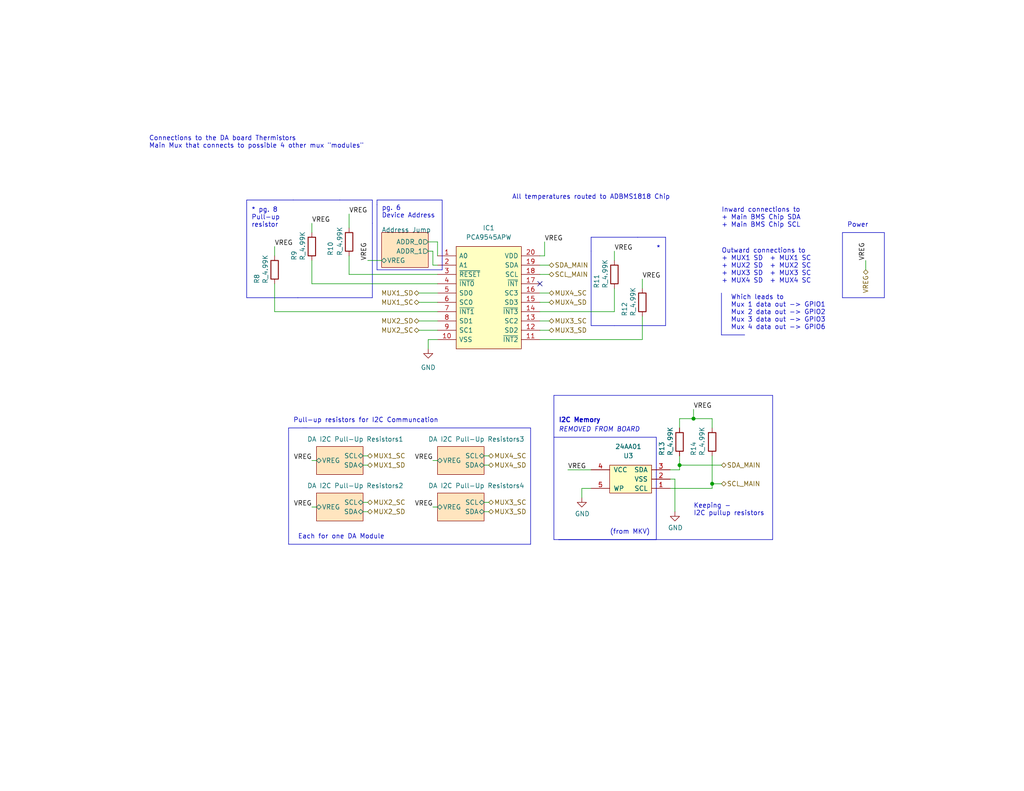
<source format=kicad_sch>
(kicad_sch (version 20230121) (generator eeschema)
  (paper "A")
  (title_block (title "MkVI BMS Cell Supervisory Circuit") (date "2022-12-04") (rev "0") (company "Olin Electric Motorsports"))
  (lib_symbols
    (symbol "OEM:4K99R" (pin_numbers hide) (pin_names (offset 0))
      (property "Reference" "R" (at 2.032 0 90))
      (property "Value" "4K99R" (at 0 0 90))
      (symbol "4K99R_0_1"
        (rectangle (start -1.016 -2.54) (end 1.016 2.54) (stroke (width 0.254)))
      )
      (symbol "4K99R_1_1"
        (pin passive line (at 0 3.81 270) (length 1.27) (name "~") (number "1"))
        (pin passive line (at 0 -3.81 90) (length 1.27) (name "~") (number "2"))
      )
    )
    (symbol "OEM:PCA9545APW" (pin_names (offset 0.762))
      (property "Reference" "IC" (at 29.21 7.62 0))
      (property "Value" "PCA9545APW" (at 29.21 5.08 0))
      (symbol "PCA9545APW_0_0"
        (pin passive line (at 0 0 0) (length 5.08) (name "A0") (number "1"))
        (pin passive line (at 0 -22.86 0) (length 5.08) (name "VSS") (number "10"))
        (pin passive line (at 27.94 -22.86 180) (length 5.08) (name "~{INT2}") (number "11"))
        (pin passive line (at 27.94 -20.32 180) (length 5.08) (name "SD2") (number "12"))
        (pin passive line (at 27.94 -17.78 180) (length 5.08) (name "SC2") (number "13"))
        (pin passive line (at 27.94 -15.24 180) (length 5.08) (name "~{INT3}") (number "14"))
        (pin passive line (at 27.94 -12.7 180) (length 5.08) (name "SD3") (number "15"))
        (pin passive line (at 27.94 -10.16 180) (length 5.08) (name "SC3") (number "16"))
        (pin passive line (at 27.94 -7.62 180) (length 5.08) (name "~{INT}") (number "17"))
        (pin passive line (at 27.94 -5.08 180) (length 5.08) (name "SCL") (number "18"))
        (pin passive line (at 27.94 -2.54 180) (length 5.08) (name "SDA") (number "19"))
        (pin passive line (at 0 -2.54 0) (length 5.08) (name "A1") (number "2"))
        (pin passive line (at 27.94 0 180) (length 5.08) (name "VDD") (number "20"))
        (pin passive line (at 0 -5.08 0) (length 5.08) (name "~{RESET}") (number "3"))
        (pin passive line (at 0 -7.62 0) (length 5.08) (name "~{INT0}") (number "4"))
        (pin passive line (at 0 -10.16 0) (length 5.08) (name "SD0") (number "5"))
        (pin passive line (at 0 -12.7 0) (length 5.08) (name "SC0") (number "6"))
        (pin passive line (at 0 -15.24 0) (length 5.08) (name "~{INT1}") (number "7"))
        (pin passive line (at 0 -17.78 0) (length 5.08) (name "SD1") (number "8"))
        (pin passive line (at 0 -20.32 0) (length 5.08) (name "SC1") (number "9"))
      )
      (symbol "PCA9545APW_0_1"
        (polyline (pts (xy 5.08 2.54) (xy 22.86 2.54) (xy 22.86 -25.4) (xy 5.08 -25.4) (xy 5.08 2.54)) (stroke (width 0.1524)) (fill (type background)))
      )
    )
    (symbol "formula:24AA01" (pin_names (offset 1.016))
      (property "Reference" "U" (at 0 5.08 0))
      (property "Value" "24AA01" (at 0 -5.08 0))
      (property "MPN" "CAT24AA01TDI-GT3OSCT-ND" (at 2.54 7.62 0))
      (property "MFN" "DK" (at 5.08 10.16 0))
      (property "PurchasingLink" "https://www.digikey.com/product-detail/en/on-semiconductor/CAT24AA01TDI-GT3/CAT24AA01TDI-GT3OSCT-ND/3487510" (at 7.62 12.7 0))
      (symbol "24AA01_0_1"
        (rectangle (start -6.35 3.81) (end 5.08 -3.81) (fill (type background)))
      )
      (symbol "24AA01_1_1"
        (pin input line (at -11.43 2.54 0) (length 5.08) (name "SCL") (number "1"))
        (pin input line (at -11.43 0 0) (length 5.08) (name "VSS") (number "2"))
        (pin input line (at -11.43 -2.54 0) (length 5.08) (name "SDA") (number "3"))
        (pin input line (at 10.16 -2.54 180) (length 5.08) (name "VCC") (number "4"))
        (pin input line (at 10.16 2.54 180) (length 5.08) (name "WP") (number "5"))
      )
    )
    (symbol "power:GND" (power) (pin_names (offset 0))
      (property "Value" "GND" (at 0 -3.81 0))
      (symbol "GND_0_1"
        (polyline (pts (xy 0 0) (xy 0 -1.27) (xy 1.27 -1.27) (xy 0 -2.54) (xy -1.27 -1.27) (xy 0 -1.27)))
      )
      (symbol "GND_1_1"
        (pin power_in line (at 0 0 270) (length 0) hide (name "GND") (number "1"))
      )
    )
  )
  (junction (at 189.23 114.3))
  (junction (at 185.42 127))
  (junction (at 194.31 132.08))
  (no_connect (at 147.32 77.47))
  (wire (pts (xy 194.31 132.08) (xy 194.31 124.46)))
  (wire (pts (xy 74.93 77.47) (xy 74.93 85.09)))
  (polyline (pts (xy 82.55 116.84) (xy 144.78 116.84)))
  (polyline (pts (xy 196.85 80.01) (xy 196.85 91.44)))
  (wire (pts (xy 175.26 76.2) (xy 175.26 78.74)))
  (wire (pts (xy 118.11 125.73) (xy 119.38 125.73)))
  (wire (pts (xy 118.11 72.39) (xy 119.38 72.39)))
  (polyline (pts (xy 144.78 116.84) (xy 144.78 148.59)))
  (polyline (pts (xy 101.6 60.96) (xy 101.6 60.96)))
  (polyline (pts (xy 167.64 88.9) (xy 167.64 88.9)))
  (wire (pts (xy 147.32 80.01) (xy 149.86 80.01)))
  (wire (pts (xy 119.38 92.71) (xy 116.84 92.71)))
  (wire (pts (xy 119.38 69.85) (xy 119.38 66.04)))
  (wire (pts (xy 147.32 85.09) (xy 167.64 85.09)))
  (wire (pts (xy 100.33 71.12) (xy 104.14 71.12)))
  (polyline (pts (xy 101.6 54.61) (xy 92.71 54.61)))
  (polyline (pts (xy 161.29 64.77) (xy 161.29 68.58)))
  (wire (pts (xy 158.75 133.35) (xy 158.75 135.89)))
  (polyline (pts (xy 196.85 91.44) (xy 203.2 91.44)))
  (polyline (pts (xy 173.99 64.77) (xy 161.29 64.77)))
  (polyline (pts (xy 80.01 54.61) (xy 67.31 54.61)))
  (wire (pts (xy 85.09 138.43) (xy 86.36 138.43)))
  (wire (pts (xy 196.85 127) (xy 185.42 127)))
  (polyline (pts (xy 102.87 73.66) (xy 120.65 73.66)))
  (polyline (pts (xy 151.13 107.95) (xy 151.13 147.32)))
  (wire (pts (xy 95.25 69.85) (xy 95.25 74.93)))
  (polyline (pts (xy 179.07 119.38) (xy 179.07 147.32)))
  (wire (pts (xy 167.64 78.74) (xy 167.64 85.09)))
  (wire (pts (xy 147.32 92.71) (xy 175.26 92.71)))
  (polyline (pts (xy 210.82 147.32) (xy 210.82 107.95)))
  (polyline (pts (xy 151.13 147.32) (xy 210.82 147.32)))
  (wire (pts (xy 185.42 114.3) (xy 189.23 114.3)))
  (wire (pts (xy 147.32 72.39) (xy 149.86 72.39)))
  (wire (pts (xy 132.08 124.46) (xy 133.35 124.46)))
  (polyline (pts (xy 210.82 107.95) (xy 151.13 107.95)))
  (wire (pts (xy 167.64 68.58) (xy 167.64 71.12)))
  (polyline (pts (xy 120.65 54.61) (xy 102.87 54.61)))
  (polyline (pts (xy 179.07 147.32) (xy 152.4 147.32)))
  (wire (pts (xy 182.88 128.27) (xy 185.42 128.27)))
  (wire (pts (xy 95.25 74.93) (xy 119.38 74.93)))
  (wire (pts (xy 194.31 133.35) (xy 194.31 132.08)))
  (wire (pts (xy 114.3 80.01) (xy 119.38 80.01)))
  (wire (pts (xy 99.06 124.46) (xy 100.33 124.46)))
  (polyline (pts (xy 92.71 54.61) (xy 80.01 54.61)))
  (polyline (pts (xy 144.78 148.59) (xy 78.74 148.59)))
  (wire (pts (xy 185.42 114.3) (xy 185.42 116.84)))
  (wire (pts (xy 114.3 90.17) (xy 119.38 90.17)))
  (wire (pts (xy 114.3 82.55) (xy 119.38 82.55)))
  (polyline (pts (xy 181.61 88.9) (xy 181.61 64.77)))
  (wire (pts (xy 161.29 133.35) (xy 158.75 133.35)))
  (polyline (pts (xy 161.29 68.58) (xy 161.29 88.9)))
  (polyline (pts (xy 241.3 63.5) (xy 241.3 81.28)))
  (polyline (pts (xy 120.65 73.66) (xy 120.65 54.61)))
  (wire (pts (xy 85.09 60.96) (xy 85.09 63.5)))
  (wire (pts (xy 74.93 67.31) (xy 74.93 69.85)))
  (wire (pts (xy 116.84 92.71) (xy 116.84 95.25)))
  (wire (pts (xy 194.31 114.3) (xy 194.31 116.84)))
  (wire (pts (xy 175.26 86.36) (xy 175.26 92.71)))
  (polyline (pts (xy 102.87 55.88) (xy 102.87 73.66)))
  (wire (pts (xy 132.08 127) (xy 133.35 127)))
  (wire (pts (xy 185.42 128.27) (xy 185.42 127)))
  (polyline (pts (xy 102.87 54.61) (xy 102.87 55.88)))
  (polyline (pts (xy 101.6 81.28) (xy 101.6 60.96)))
  (wire (pts (xy 119.38 85.09) (xy 74.93 85.09)))
  (polyline (pts (xy 241.3 81.28) (xy 229.87 81.28)))
  (wire (pts (xy 196.85 132.08) (xy 194.31 132.08)))
  (polyline (pts (xy 151.13 119.38) (xy 179.07 119.38)))
  (polyline (pts (xy 67.31 54.61) (xy 67.31 81.28)))
  (wire (pts (xy 147.32 90.17) (xy 149.86 90.17)))
  (wire (pts (xy 154.94 128.27) (xy 161.29 128.27)))
  (polyline (pts (xy 92.71 54.61) (xy 92.71 54.61)))
  (wire (pts (xy 119.38 77.47) (xy 85.09 77.47)))
  (polyline (pts (xy 161.29 88.9) (xy 167.64 88.9)))
  (wire (pts (xy 99.06 139.7) (xy 100.33 139.7)))
  (wire (pts (xy 184.15 130.81) (xy 184.15 139.7)))
  (polyline (pts (xy 78.74 148.59) (xy 78.74 116.84)))
  (wire (pts (xy 119.38 66.04) (xy 116.84 66.04)))
  (wire (pts (xy 85.09 77.47) (xy 85.09 71.12)))
  (polyline (pts (xy 81.28 81.28) (xy 101.6 81.28)))
  (wire (pts (xy 118.11 68.58) (xy 116.84 68.58)))
  (wire (pts (xy 99.06 127) (xy 100.33 127)))
  (wire (pts (xy 182.88 133.35) (xy 194.31 133.35)))
  (polyline (pts (xy 78.74 116.84) (xy 83.82 116.84)))
  (wire (pts (xy 99.06 137.16) (xy 100.33 137.16)))
  (polyline (pts (xy 229.87 63.5) (xy 241.3 63.5)))
  (polyline (pts (xy 81.28 81.28) (xy 81.28 81.28)))
  (wire (pts (xy 118.11 138.43) (xy 119.38 138.43)))
  (wire (pts (xy 118.11 72.39) (xy 118.11 68.58)))
  (wire (pts (xy 85.09 125.73) (xy 86.36 125.73)))
  (wire (pts (xy 147.32 87.63) (xy 149.86 87.63)))
  (polyline (pts (xy 173.99 64.77) (xy 173.99 64.77)))
  (wire (pts (xy 132.08 139.7) (xy 133.35 139.7)))
  (wire (pts (xy 185.42 127) (xy 185.42 124.46)))
  (wire (pts (xy 189.23 114.3) (xy 194.31 114.3)))
  (wire (pts (xy 147.32 74.93) (xy 149.86 74.93)))
  (polyline (pts (xy 167.64 88.9) (xy 181.61 88.9)))
  (wire (pts (xy 132.08 137.16) (xy 133.35 137.16)))
  (polyline (pts (xy 181.61 64.77) (xy 173.99 64.77)))
  (wire (pts (xy 189.23 111.76) (xy 189.23 114.3)))
  (polyline (pts (xy 101.6 54.61) (xy 101.6 60.96)))
  (wire (pts (xy 147.32 69.85) (xy 148.59 69.85)))
  (polyline (pts (xy 67.31 81.28) (xy 81.28 81.28)))
  (polyline (pts (xy 229.87 63.5) (xy 229.87 81.28)))
  (wire (pts (xy 182.88 130.81) (xy 184.15 130.81)))
  (polyline (pts (xy 80.01 54.61) (xy 80.01 54.61)))
  (wire (pts (xy 147.32 82.55) (xy 149.86 82.55)))
  (wire (pts (xy 236.22 73.66) (xy 236.22 71.12)))
  (wire (pts (xy 95.25 58.42) (xy 95.25 62.23)))
  (wire (pts (xy 114.3 87.63) (xy 119.38 87.63)))
  (wire (pts (xy 148.59 66.04) (xy 148.59 69.85)))
  (text "Power" (at 231.14 62.23 0) (effects (font (size 1.27 1.27)) (justify left bottom)))
  (text "REMOVED FROM BOARD" (at 152.4 118.11 0) (effects (font (size 1.27 1.27) italic) (justify left bottom)))
  (text "Keeping -\nI2C pullup resistors" (at 189.23 140.97 0) (effects (font (size 1.27 1.27)) (justify left bottom)))
  (text "Which leads to\nMux 1 data out -> GPIO1\nMux 2 data out -> GPIO2\nMux 3 data out -> GPIO3\nMux 4 data out -> GPIO6" (at 199.39 90.17 0) (effects (font (size 1.27 1.27)) (justify left bottom)))
  (text "* pg. 8\nPull-up\nresistor" (at 68.58 62.23 0) (effects (font (size 1.27 1.27)) (justify left bottom)))
  (text "I2C Memory" (at 152.4 115.57 0) (effects (font (size 1.27 1.27) (thickness 0.254) bold) (justify left bottom)))
  (text "(from MKV)" (at 166.37 146.05 0) (effects (font (size 1.27 1.27)) (justify left bottom)))
  (text "Connections to the DA board Thermistors\nMain Mux that connects to possible 4 other mux \"modules\"" (at 40.64 40.64 0) (effects (font (size 1.27 1.27)) (justify left bottom)))
  (text "pg. 6\nDevice Address" (at 104.14 59.69 0) (effects (font (size 1.27 1.27)) (justify left bottom)))
  (text "Each for one DA Module" (at 81.28 147.32 0) (effects (font (size 1.27 1.27)) (justify left bottom)))
  (text "Outward connections to\n+ MUX1 SD  + MUX1 SC\n+ MUX2 SD  + MUX2 SC\n+ MUX3 SD  + MUX3 SC\n+ MUX4 SD  + MUX4 SC" (at 196.85 77.47 0) (effects (font (size 1.27 1.27)) (justify left bottom)))
  (text "Inward connections to\n+ Main BMS Chip SDA\n+ Main BMS Chip SCL" (at 196.85 62.23 0) (effects (font (size 1.27 1.27)) (justify left bottom)))
  (text "Pull-up resistors for I2C Communcation" (at 80.01 115.57 0) (effects (font (size 1.27 1.27)) (justify left bottom)))
  (text "*" (at 179.07 68.58 0) (effects (font (size 1.27 1.27)) (justify left bottom)))
  (text "All temperatures routed to ADBMS1818 Chip" (at 139.7 54.61 0) (effects (font (size 1.27 1.27)) (justify left bottom)))
  (label "VREG" (at 175.26 76.2 0))
  (label "VREG" (at 118.11 125.73 180))
  (label "VREG" (at 148.59 66.04 0))
  (label "VREG" (at 85.09 60.96 0))
  (label "VREG" (at 95.25 58.42 0))
  (label "VREG" (at 118.11 138.43 180))
  (label "VREG" (at 85.09 125.73 180))
  (label "VREG" (at 236.22 71.12 90))
  (label "VREG" (at 74.93 67.31 0))
  (label "VREG" (at 189.23 111.76 0))
  (label "VREG" (at 85.09 138.43 180))
  (label "VREG" (at 154.94 128.27 0))
  (label "VREG" (at 167.64 68.58 0))
  (label "VREG" (at 100.33 71.12 90))
  (hierarchical_label "MUX4_SD" (shape bidirectional) (at 149.86 82.55 0))
  (hierarchical_label "MUX1_SC" (shape bidirectional) (at 100.33 124.46 0))
  (hierarchical_label "VREG" (shape bidirectional) (at 236.22 73.66 270))
  (hierarchical_label "MUX2_SD" (shape bidirectional) (at 114.3 87.63 180))
  (hierarchical_label "SCL_MAIN" (shape bidirectional) (at 149.86 74.93 0))
  (hierarchical_label "MUX4_SC" (shape bidirectional) (at 133.35 124.46 0))
  (hierarchical_label "MUX4_SC" (shape bidirectional) (at 149.86 80.01 0))
  (hierarchical_label "SDA_MAIN" (shape bidirectional) (at 149.86 72.39 0))
  (hierarchical_label "SCL_MAIN" (shape bidirectional) (at 196.85 132.08 0))
  (hierarchical_label "MUX3_SC" (shape bidirectional) (at 133.35 137.16 0))
  (hierarchical_label "MUX3_SD" (shape bidirectional) (at 133.35 139.7 0))
  (hierarchical_label "MUX2_SC" (shape bidirectional) (at 114.3 90.17 180))
  (hierarchical_label "MUX1_SD" (shape bidirectional) (at 100.33 127 0))
  (hierarchical_label "MUX1_SC" (shape bidirectional) (at 114.3 82.55 180))
  (hierarchical_label "MUX2_SC" (shape bidirectional) (at 100.33 137.16 0))
  (hierarchical_label "MUX3_SD" (shape bidirectional) (at 149.86 90.17 0))
  (hierarchical_label "SDA_MAIN" (shape bidirectional) (at 196.85 127 0))
  (hierarchical_label "MUX1_SD" (shape bidirectional) (at 114.3 80.01 180))
  (hierarchical_label "MUX2_SD" (shape bidirectional) (at 100.33 139.7 0))
  (hierarchical_label "MUX3_SC" (shape bidirectional) (at 149.86 87.63 0))
  (hierarchical_label "MUX4_SD" (shape bidirectional) (at 133.35 127 0))
  (symbol (lib_id "OEM:4K99R") (at 185.42 120.65 0) (unit 1)
    (property "Reference" "R13" (at 180.5686 124.46 90) (effects (justify left)))
    (property "Value" "R_4.99K" (at 182.88 124.46 90) (effects (justify left)))
    (property "Footprint" "OEM:R_0603" (effects hide))
    (property "Datasheet" "https://www.seielect.com/Catalog/SEI-RMCF_RMCP.pdf" (effects hide))
    (property "MPN" "RMCF0603FT4K99" (effects hide))
    (property "MFN" "Stackpole Electronics" (effects hide))
    (property "DKPN" "RMCF0603FT4K99DKR-ND" (effects hide))
    (property "NewDesigns" "YES" (effects hide))
    (property "Stocked" "Digi-Reel" (effects hide))
    (property "Package" "0603" (effects hide))
    (property "Style" "SMD" (effects hide))
  )
  (symbol (lib_id "OEM:4K99R") (at 95.25 66.04 0) (unit 1)
    (property "Reference" "R10" (at 90.17 69.85 90) (effects (justify left)))
    (property "Value" "R_4.99K" (at 92.71 69.85 90) (effects (justify left)))
    (property "Footprint" "OEM:R_0603" (effects hide))
    (property "Datasheet" "https://www.seielect.com/Catalog/SEI-RMCF_RMCP.pdf" (effects hide))
    (property "MPN" "RMCF0603FT4K99" (effects hide))
    (property "MFN" "Stackpole Electronics" (effects hide))
    (property "DKPN" "RMCF0603FT4K99DKR-ND" (effects hide))
    (property "NewDesigns" "YES" (effects hide))
    (property "Stocked" "Digi-Reel" (effects hide))
    (property "Package" "0603" (effects hide))
    (property "Style" "SMD" (effects hide))
  )
  (symbol (lib_id "power:GND") (at 158.75 135.89 0) (unit 1)
    (property "Reference" "#PWR?" (effects hide))
    (property "Value" "GND" (at 158.877 140.2842 0))
  )
  (symbol (lib_id "formula:24AA01") (at 171.45 130.81 180) (unit 1) (in_bom no) (on_board no)
    (property "Reference" "U3" (at 171.45 124.46 0))
    (property "Value" "24AA01" (at 171.45 121.92 0))
    (property "Footprint" "footprints:SOT-23-5_OEM_24AA01" (effects hide))
    (property "Datasheet" "http://ww1.microchip.com/downloads/en/DeviceDoc/21711J.pdf" (effects hide))
    (property "MPN" "CAT24AA01TDI-GT3OSCT-ND" (effects hide))
    (property "MFN" "DK" (effects hide))
    (property "PurchasingLink" "https://www.digikey.com/product-detail/en/on-semiconductor/CAT24AA01TDI-GT3/CAT24AA01TDI-GT3OSCT-ND/3487510" (effects hide))
  )
  (symbol (lib_id "OEM:PCA9545APW") (at 119.38 69.85 0) (unit 1)
    (property "Reference" "IC1" (at 133.35 62.23 0))
    (property "Value" "PCA9545APW" (at 133.35 64.77 0))
    (property "Footprint" "footprints:SOP65P640X110-20N" (effects hide))
    (property "Datasheet" "http://www.nxp.com/docs/en/data-sheet/PCA9545A_45B_45C.pdf" (effects hide))
    (property "MPN" "PCA9545APW" (effects hide))
    (property "MFN" "NXP" (effects hide))
    (property "DKPN" "568-1865-1-ND" (effects hide))
    (property "NewDesigns" "YES" (effects hide))
    (property "Stocked" "Tape" (effects hide))
    (property "Package" "20-TSSOP" (effects hide))
    (property "Style" "SMD" (effects hide))
  )
  (symbol (lib_id "OEM:4K99R") (at 167.64 74.93 0) (unit 1)
    (property "Reference" "R11" (at 162.7886 78.74 90) (effects (justify left)))
    (property "Value" "R_4.99K" (at 165.1 78.74 90) (effects (justify left)))
    (property "Footprint" "OEM:R_0603" (effects hide))
    (property "Datasheet" "https://www.seielect.com/Catalog/SEI-RMCF_RMCP.pdf" (effects hide))
    (property "MPN" "RMCF0603FT4K99" (effects hide))
    (property "MFN" "Stackpole Electronics" (effects hide))
    (property "DKPN" "RMCF0603FT4K99DKR-ND" (effects hide))
    (property "NewDesigns" "YES" (effects hide))
    (property "Stocked" "Digi-Reel" (effects hide))
    (property "Package" "0603" (effects hide))
    (property "Style" "SMD" (effects hide))
  )
  (symbol (lib_id "power:GND") (at 116.84 95.25 0) (unit 1)
    (property "Reference" "#PWR?" (effects hide))
    (property "Value" "GND" (at 116.84 100.33 0))
  )
  (symbol (lib_id "OEM:4K99R") (at 85.09 67.31 0) (unit 1)
    (property "Reference" "R9" (at 80.2386 71.12 90) (effects (justify left)))
    (property "Value" "R_4.99K" (at 82.55 71.12 90) (effects (justify left)))
    (property "Footprint" "OEM:R_0603" (effects hide))
    (property "Datasheet" "https://www.seielect.com/Catalog/SEI-RMCF_RMCP.pdf" (effects hide))
    (property "MPN" "RMCF0603FT4K99" (effects hide))
    (property "MFN" "Stackpole Electronics" (effects hide))
    (property "DKPN" "RMCF0603FT4K99DKR-ND" (effects hide))
    (property "NewDesigns" "YES" (effects hide))
    (property "Stocked" "Digi-Reel" (effects hide))
    (property "Package" "0603" (effects hide))
    (property "Style" "SMD" (effects hide))
  )
  (symbol (lib_id "OEM:4K99R") (at 194.31 120.65 0) (unit 1)
    (property "Reference" "R14" (at 189.23 124.46 90) (effects (justify left)))
    (property "Value" "R_4.99K" (at 191.5414 124.46 90) (effects (justify left)))
    (property "Footprint" "OEM:R_0603" (effects hide))
    (property "Datasheet" "https://www.seielect.com/Catalog/SEI-RMCF_RMCP.pdf" (effects hide))
    (property "MPN" "RMCF0603FT4K99" (effects hide))
    (property "MFN" "Stackpole Electronics" (effects hide))
    (property "DKPN" "RMCF0603FT4K99DKR-ND" (effects hide))
    (property "NewDesigns" "YES" (effects hide))
    (property "Stocked" "Digi-Reel" (effects hide))
    (property "Package" "0603" (effects hide))
    (property "Style" "SMD" (effects hide))
  )
  (symbol (lib_id "power:GND") (at 184.15 139.7 0) (unit 1)
    (property "Reference" "#PWR?" (effects hide))
    (property "Value" "GND" (at 184.277 144.0942 0))
  )
  (symbol (lib_id "OEM:4K99R") (at 74.93 73.66 0) (unit 1)
    (property "Reference" "R8" (at 70.0786 77.47 90) (effects (justify left)))
    (property "Value" "R_4.99K" (at 72.39 77.47 90) (effects (justify left)))
    (property "Footprint" "OEM:R_0603" (effects hide))
    (property "Datasheet" "https://www.seielect.com/Catalog/SEI-RMCF_RMCP.pdf" (effects hide))
    (property "MPN" "RMCF0603FT4K99" (effects hide))
    (property "MFN" "Stackpole Electronics" (effects hide))
    (property "DKPN" "RMCF0603FT4K99DKR-ND" (effects hide))
    (property "NewDesigns" "YES" (effects hide))
    (property "Stocked" "Digi-Reel" (effects hide))
    (property "Package" "0603" (effects hide))
    (property "Style" "SMD" (effects hide))
  )
  (symbol (lib_id "OEM:4K99R") (at 175.26 82.55 0) (unit 1)
    (property "Reference" "R12" (at 170.4086 86.36 90) (effects (justify left)))
    (property "Value" "R_4.99K" (at 172.72 86.36 90) (effects (justify left)))
    (property "Footprint" "OEM:R_0603" (effects hide))
    (property "Datasheet" "https://www.seielect.com/Catalog/SEI-RMCF_RMCP.pdf" (effects hide))
    (property "MPN" "RMCF0603FT4K99" (effects hide))
    (property "MFN" "Stackpole Electronics" (effects hide))
    (property "DKPN" "RMCF0603FT4K99DKR-ND" (effects hide))
    (property "NewDesigns" "YES" (effects hide))
    (property "Stocked" "Digi-Reel" (effects hide))
    (property "Package" "0603" (effects hide))
    (property "Style" "SMD" (effects hide))
  )
  (sheet (at 119.38 121.92) (size 12.7 7.62) (stroke (width 0.1524)) (fill (color 255 229 191 1.0000))
    (property "Sheetname" "DA I2C Pull-Up Resistors3" (at 116.84 120.65 0) (effects (justify left bottom)))
    (property "Sheetfile" "DA_I2C_Pull_Up_Resistor.kicad_sch" (effects hide))
    (pin "SCL" bidirectional (at 132.08 124.46 0))
    (pin "SDA" bidirectional (at 132.08 127 0))
    (pin "VREG" bidirectional (at 119.38 125.73 180))
  )
  (sheet (at 86.36 121.92) (size 12.7 7.62) (stroke (width 0.1524)) (fill (color 255 229 191 1.0000))
    (property "Sheetname" "DA I2C Pull-Up Resistors1" (at 83.82 120.65 0) (effects (justify left bottom)))
    (property "Sheetfile" "DA_I2C_Pull_Up_Resistor.kicad_sch" (effects hide))
    (pin "SCL" bidirectional (at 99.06 124.46 0))
    (pin "SDA" bidirectional (at 99.06 127 0))
    (pin "VREG" bidirectional (at 86.36 125.73 180))
  )
  (sheet (at 86.36 134.62) (size 12.7 7.62) (stroke (width 0.1524)) (fill (color 255 229 191 1.0000))
    (property "Sheetname" "DA I2C Pull-Up Resistors2" (at 83.82 133.35 0) (effects (justify left bottom)))
    (property "Sheetfile" "DA_I2C_Pull_Up_Resistor.kicad_sch" (effects hide))
    (pin "SCL" bidirectional (at 99.06 137.16 0))
    (pin "SDA" bidirectional (at 99.06 139.7 0))
    (pin "VREG" bidirectional (at 86.36 138.43 180))
  )
  (sheet (at 119.38 134.62) (size 12.7 7.62) (stroke (width 0.1524)) (fill (color 255 229 191 1.0000))
    (property "Sheetname" "DA I2C Pull-Up Resistors4" (at 116.84 133.35 0) (effects (justify left bottom)))
    (property "Sheetfile" "DA_I2C_Pull_Up_Resistor.kicad_sch" (effects hide))
    (pin "SCL" bidirectional (at 132.08 137.16 0))
    (pin "SDA" bidirectional (at 132.08 139.7 0))
    (pin "VREG" bidirectional (at 119.38 138.43 180))
  )
  (sheet (at 104.14 63.5) (size 12.7 9.525) (stroke (width 0.1524)) (fill (color 255 229 191 1.0000))
    (property "Sheetname" "Address Jump" (at 104.14 63.5 0) (effects (justify left bottom)))
    (property "Sheetfile" "i2c_add_jumper.kicad_sch" (effects hide))
    (pin "VREG" bidirectional (at 104.14 71.12 180))
    (pin "ADDR_0" output (at 116.84 66.04 0))
    (pin "ADDR_1" output (at 116.84 68.58 0))
  )
)
</source>
